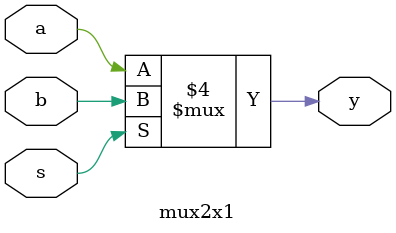
<source format=v>
module mux2x1(a,b,s,y);
input a,b,s;
output reg y;

always @(*) begin
    if (s==0)
    y = a;
    else
    y = b;
end
endmodule
</source>
